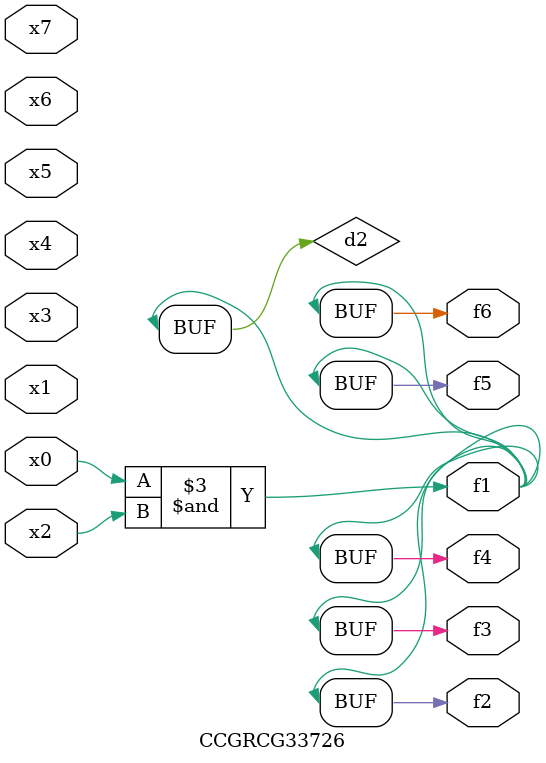
<source format=v>
module CCGRCG33726(
	input x0, x1, x2, x3, x4, x5, x6, x7,
	output f1, f2, f3, f4, f5, f6
);

	wire d1, d2;

	nor (d1, x3, x6);
	and (d2, x0, x2);
	assign f1 = d2;
	assign f2 = d2;
	assign f3 = d2;
	assign f4 = d2;
	assign f5 = d2;
	assign f6 = d2;
endmodule

</source>
